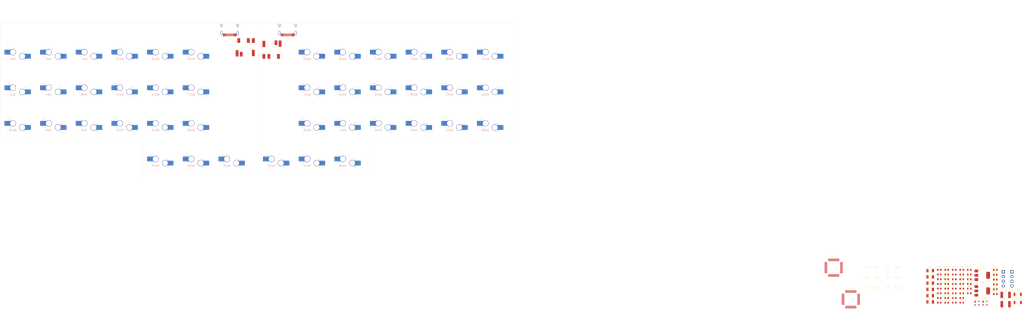
<source format=kicad_pcb>
(kicad_pcb (version 20241229) (generator "pcbnew") (generator_version "9.0")
  (layers (0 "F.Cu" signal) (2 "B.Cu" signal) (13 "F.Paste" user) (15 "B.Paste" user) (5 "F.SilkS" user "F.Silkscreen") (7 "B.SilkS" user "B.Silkscreen") (1 "F.Mask" user) (3 "B.Mask" user) (25 "Edge.Cuts" user))
  (net 0 "")
  (net 1 "GND-L")
  (net 2 "+3.3V-L")
  (net 3 "/NRST-L")
  (net 4 "GND-R")
  (net 5 "/NRST-R")
  (net 6 "+3.3V-R")
  (net 7 "VBUS")
  (net 8 "VBUS-R")
  (net 9 "Net-(D1-A)")
  (net 10 "Net-(D2-A)")
  (net 11 "Net-(D3-A)")
  (net 12 "Net-(D4-A)")
  (net 13 "Net-(D5-A)")
  (net 14 "Net-(D6-A)")
  (net 15 "/VBUSNF-L")
  (net 16 "/VBUSNF-R")
  (net 17 "SWCLK-L")
  (net 18 "SWDIO-L")
  (net 19 "RX-L")
  (net 20 "TX-L")
  (net 21 "/PFLD+")
  (net 23 "/PFLD-")
  (net 24 "/CC2_L")
  (net 26 "/CC_1_L")
  (net 27 "RX-R")
  (net 28 "TX-R")
  (net 29 "Net-(J5-CC1)")
  (net 30 "/PFRD+")
  (net 31 "/PFRD-")
  (net 33 "Net-(J5-CC2)")
  (net 35 "SWCLK-R")
  (net 36 "SWDIO-R")
  (net 37 "boot0-L")
  (net 38 "boot0-R")
  (net 39 "D+")
  (net 40 "D-")
  (net 41 "R-D+")
  (net 42 "R-D-")
  (net 43 "Net-(R11-Pad2)")
  (net 44 "L1-L")
  (net 45 "Net-(R13-Pad2)")
  (net 46 "L2-L")
  (net 47 "Net-(R15-Pad2)")
  (net 48 "L3-L")
  (net 49 "L1-R")
  (net 50 "Net-(R17-Pad2)")
  (net 51 "L2-R")
  (net 52 "Net-(R18-Pad2)")
  (net 53 "L3-R")
  (net 54 "Net-(R19-Pad2)")
  (net 55 "K_ESC")
  (net 56 "K_A")
  (net 57 "K_Q")
  (net 58 "K_Z")
  (net 59 "K_W")
  (net 60 "K_S")
  (net 61 "K_X")
  (net 62 "K_E ")
  (net 63 "K_D")
  (net 64 "K_C")
  (net 65 "K_R")
  (net 66 "K_F")
  (net 67 "K_V")
  (net 68 "K_T")
  (net 69 "K_G")
  (net 70 "K_B")
  (net 71 "K_CTRL")
  (net 72 "K_SP")
  (net 73 "K_ALT")
  (net 74 "K_SF")
  (net 75 "K_SU")
  (net 76 "K_RESC")
  (net 77 "K_O")
  (net 78 "K_L")
  (net 79 "K_>")
  (net 80 "K_P")
  (net 81 "K_:")
  (net 82 "K_?")
  (net 83 "K_Y")
  (net 84 "K_H")
  (net 85 "K_N")
  (net 86 "K_TAB")
  (net 87 "K_DEL")
  (net 91 "K_U")
  (net 92 "K_J")
  (net 93 "K_M")
  (net 94 "K_RSP")
  (net 96 "K_I")
  (net 97 "K_K")
  (net 98 "K_<")
  (net 101 "K_FN2")
  (net 102 "K_RFN2")
  (footprint "Capacitor_SMD:C_1206_3216Metric" (layer "F.Cu") (at 527.575 176.0525)
    (property "Reference" "C7")
    (property "Value" "4.7u")
  )
  (footprint "Capacitor_SMD:C_0603_1608Metric" (layer "F.Cu") (at 536.415 187.3425)
    (property "Reference" "C23")
    (property "Value" "100n")
  )
  (footprint "Connector_PinHeader_2.54mm:PinHeader_1x04_P2.54mm_Vertical" (layer "F.Cu") (at 571.235 173.3225)
    (property "Reference" "J6")
    (property "Value" "Conn_01x04_Pin")
  )
  (footprint "MountingHole:MountingHole_2mm" (layer "F.Cu") (at 504.735 173.8025)
    (property "Reference" "H7")
    (property "Value" "MountingHole")
  )
  (footprint "MountingHole:MountingHole_2mm" (layer "F.Cu") (at 510.285 173.8025)
    (property "Reference" "H10")
    (property "Value" "MountingHole")
  )
  (footprint "Resistor_SMD:R_0603_1608Metric" (layer "F.Cu") (at 544.435 184.8325)
    (property "Reference" "R14")
    (property "Value" "22")
  )
  (footprint "Package_QFP:LQFP-48_7x7mm_P0.5mm" (layer "F.Cu") (at 485.185 188.0525)
    (property "Reference" "U5")
    (property "Value" "STM32F072CBTx")
  )
  (footprint "Capacitor_SMD:C_0603_1608Metric" (layer "F.Cu") (at 536.415 184.8325)
    (property "Reference" "C22")
    (property "Value" "22u")
  )
  (footprint "PCM_marbastlib-various:USB_C_Receptacle_HRO_TYPE-C-31-M-12" (layer "F.Cu") (at 184.309375 42.5375 180)
    (property "Reference" "J5")
    (property "Value" "USB_C_Receptacle_USB2.0_16P" (hide yes))
  )
  (footprint "MountingHole:MountingHole_2mm" (layer "F.Cu") (at 499.185 184.9025)
    (property "Reference" "H6")
    (property "Value" "MountingHole")
  )
  (footprint "Resistor_SMD:R_0603_1608Metric" (layer "F.Cu") (at 540.425 174.7925)
    (property "Reference" "R2")
    (property "Value" "5.1k")
  )
  (footprint "Capacitor_SMD:C_0603_1608Metric" (layer "F.Cu") (at 536.415 182.3225)
    (property "Reference" "C21")
    (property "Value" "22u")
  )
  (footprint "Capacitor_SMD:C_0603_1608Metric" (layer "F.Cu") (at 532.405 177.3025)
    (property "Reference" "C3")
    (property "Value" "100n")
  )
  (footprint "Package_QFP:LQFP-48_7x7mm_P0.5mm" (layer "F.Cu") (at 476.0125 171.125)
    (property "Reference" "U4")
    (property "Value" "STM32F072CBTx")
  )
  (footprint "Resistor_SMD:R_0603_1608Metric" (layer "F.Cu") (at 544.435 179.8125)
    (property "Reference" "R12")
    (property "Value" "22")
  )
  (footprint "Capacitor_SMD:C_0603_1608Metric" (layer "F.Cu") (at 536.415 177.3025)
    (property "Reference" "C15")
    (property "Value" "100n")
  )
  (footprint "Capacitor_SMD:C_0603_1608Metric" (layer "F.Cu") (at 536.415 174.7925)
    (property "Reference" "C14")
    (property "Value" "100n")
  )
  (footprint "Resistor_SMD:R_0603_1608Metric" (layer "F.Cu") (at 544.435 174.7925)
    (property "Reference" "R10")
    (property "Value" "22")
  )
  (footprint "Resistor_SMD:R_0603_1608Metric" (layer "F.Cu") (at 548.445 172.2825)
    (property "Reference" "R17")
    (property "Value" "22")
  )
  (footprint "Resistor_SMD:R_0603_1608Metric" (layer "F.Cu") (at 544.435 187.3425)
    (property "Reference" "R15")
    (property "Value" "22")
  )
  (footprint "LED_SMD:LED_0603_1608Metric" (layer "F.Cu") (at 562.345 185.2725)
    (property "Reference" "D6")
    (property "Value" "LED_Small")
  )
  (footprint "Capacitor_SMD:C_0603_1608Metric" (layer "F.Cu") (at 532.405 182.3225)
    (property "Reference" "C8")
    (property "Value" "100n")
  )
  (footprint "Capacitor_SMD:C_0603_1608Metric" (layer "F.Cu") (at 536.415 189.8525)
    (property "Reference" "C24")
    (property "Value" "100n")
  )
  (footprint "Capacitor_SMD:C_0603_1608Metric" (layer "F.Cu") (at 532.405 184.8325)
    (property "Reference" "C9")
    (property "Value" "100n")
  )
  (footprint "Capacitor_SMD:C_1206_3216Metric" (layer "F.Cu") (at 527.575 189.4525)
    (property "Reference" "C20")
    (property "Value" "4.7u")
  )
  (footprint "Connector_Audio:Jack_3.5mm_PJ31060-I_Horizontal" (layer "F.Cu") (at 161.6875 53.253125 -90)
    (property "Reference" "J2")
    (property "Value" "AudioJack4" (hide yes))
  )
  (footprint "Capacitor_SMD:C_1812_4532Metric" (layer "F.Cu") (at 567.875 190.6625)
    (property "Reference" "F2")
    (property "Value" "Polyfuse")
  )
  (footprint "Resistor_SMD:R_0603_1608Metric" (layer "F.Cu") (at 548.445 182.3225)
    (property "Reference" "R21")
    (property "Value" "22")
  )
  (footprint "Button_Switch_SMD:SW_SPST_B3U-1000P" (layer "F.Cu") (at 574.325 189.7625)
    (property "Reference" "SW51")
    (property "Value" "SW_Push")
  )
  (footprint "Capacitor_SMD:C_0603_1608Metric" (layer "F.Cu") (at 536.415 179.8125)
    (property "Reference" "C16")
    (property "Value" "100n")
  )
  (footprint "Capacitor_SMD:C_0603_1608Metric" (layer "F.Cu") (at 536.415 172.2825)
    (property "Reference" "C12")
    (property "Value" "22u")
  )
  (footprint "PCM_marbastlib-various:USB_C_Receptacle_HRO_TYPE-C-31-M-12" (layer "F.Cu") (at 153.353125 42.5375 180)
    (property "Reference" "J3")
    (property "Value" "USB_C_Receptacle_USB2.0_16P" (hide yes))
  )
  (footprint "Capacitor_SMD:C_0603_1608Metric" (layer "F.Cu") (at 532.405 179.8125)
    (property "Reference" "C4")
    (property "Value" "100n")
  )
  (footprint "MountingHole:MountingHole_2mm" (layer "F.Cu") (at 499.185 179.3525)
    (property "Reference" "H5")
    (property "Value" "MountingHole")
  )
  (footprint "LED_SMD:LED_0603_1608Metric" (layer "F.Cu") (at 562.345 182.6825)
    (property "Reference" "D5")
    (property "Value" "LED_Small")
  )
  (footprint "Resistor_SMD:R_0603_1608Metric" (layer "F.Cu") (at 544.435 172.2825)
    (property "Reference" "R9")
    (property "Value" "22")
  )
  (footprint "Capacitor_SMD:C_1812_4532Metric" (layer "F.Cu") (at 567.875 185.7125)
    (property "Reference" "F1")
    (property "Value" "Polyfuse")
  )
  (footprint "Resistor_SMD:R_0603_1608Metric" (layer "F.Cu") (at 540.425 189.8525)
    (property "Reference" "R8")
    (property "Value" "22")
  )
  (footprint "MountingHole:MountingHole_2mm" (layer "F.Cu") (at 493.635 173.8025)
    (property "Reference" "H1")
    (property "Value" "MountingHole")
  )
  (footprint "Resistor_SMD:R_0603_1608Metric" (layer "F.Cu") (at 544.435 182.3225)
    (property "Reference" "R13")
    (property "Value" "22")
  )
  (footprint "Capacitor_SMD:C_0603_1608Metric" (layer "F.Cu") (at 532.405 172.2825)
    (property "Reference" "C1")
    (property "Value" "100n")
  )
  (footprint "MountingHole:MountingHole_2mm" (layer "F.Cu") (at 493.635 184.9025)
    (property "Reference" "H3")
    (property "Value" "MountingHole")
  )
  (footprint "LED_SMD:LED_0603_1608Metric" (layer "F.Cu") (at 562.345 180.0925)
    (property "Reference" "D4")
    (property "Value" "LED_Small")
  )
  (footprint "Resistor_SMD:R_0603_1608Metric" (layer "F.Cu") (at 540.425 182.3225)
    (property "Reference" "R5")
    (property "Value" "5.1k")
  )
  (footprint "MountingHole:MountingHole_2mm" (layer "F.Cu") (at 510.285 184.9025)
    (property "Reference" "H12")
    (property "Value" "MountingHole")
  )
  (footprint "Capacitor_SMD:C_0603_1608Metric" (layer "F.Cu") (at 532.405 187.3425)
    (property "Reference" "C10")
    (property "Value" "100n")
  )
  (footprint "Resistor_SMD:R_0603_1608Metric" (layer "F.Cu") (at 540.425 179.8125)
    (property "Reference" "R4")
    (property "Value" "5.1k")
  )
  (footprint "Button_Switch_SMD:SW_SPST_B3U-1000P" (layer "F.Cu") (at 574.325 185.4125)
    (property "Reference" "SW1")
    (property "Value" "SW_Push")
  )
  (footprint "Resistor_SMD:R_0603_1608Metric" (layer "F.Cu") (at 540.425 172.2825)
    (property "Reference" "R1")
    (property "Value" "10k")
  )
  (footprint "Capacitor_SMD:C_1206_3216Metric" (layer "F.Cu") (at 527.575 179.4025)
    (property "Reference" "C13")
    (property "Value" "4.7u")
  )
  (footprint "LED_SMD:LED_0603_1608Metric" (layer "F.Cu") (at 562.345 174.9125)
    (property "Reference" "D2")
    (property "Value" "LED_Small")
  )
  (footprint "MountingHole:MountingHole_2mm" (layer "F.Cu") (at 504.735 184.9025)
    (property "Reference" "H9")
    (property "Value" "MountingHole")
  )
  (footprint "Resistor_SMD:R_0603_1608Metric" (layer "F.Cu") (at 544.435 177.3025)
    (property "Reference" "R11")
    (property "Value" "22")
  )
  (footprint "MountingHole:MountingHole_2mm" (layer "F.Cu") (at 499.185 173.8025)
    (property "Reference" "H4")
    (property "Value" "MountingHole")
  )
  (footprint "Resistor_SMD:R_0603_1608Metric" (layer "F.Cu") (at 548.445 179.8125)
    (property "Reference" "R20")
    (property "Value" "22")
  )
  (footprint "Capacitor_SMD:C_0603_1608Metric" (layer "F.Cu") (at 532.405 189.8525)
    (property "Reference" "C11")
    (property "Value" "22u")
  )
  (footprint "Resistor_SMD:R_0603_1608Metric" (layer "F.Cu") (at 544.435 189.8525)
    (property "Reference" "R16")
    (property "Value" "22")
  )
  (footprint "MountingHole:MountingHole_2mm" (layer "F.Cu") (at 493.635 179.3525)
    (property "Reference" "H2")
    (property "Value" "MountingHole")
  )
  (footprint "Package_TO_SOT_SMD:SOT-223-3_TabPin2" (layer "F.Cu") (at 555.375 183.5525)
    (property "Reference" "U6")
    (property "Value" "AMS1117-3.3")
  )
  (footprint "Capacitor_SMD:C_1206_3216Metric" (layer "F.Cu") (at 527.575 172.7025)
    (property "Reference" "C6")
    (property "Value" "4.7u")
  )
  (footprint "Connector_PinHeader_2.54mm:PinHeader_1x04_P2.54mm_Vertical" (layer "F.Cu") (at 566.645 173.3225)
    (property "Reference" "J1")
    (property "Value" "Conn_01x04_Pin")
  )
  (footprint "Package_TO_SOT_SMD:SOT-143" (layer "F.Cu") (at 556.825 190.0775)
    (property "Reference" "D8")
    (property "Value" "PRTR5V0U2X")
  )
  (footprint "LED_SMD:LED_0603_1608Metric" (layer "F.Cu") (at 562.345 177.5025)
    (property "Reference" "D3")
    (property "Value" "LED_Small")
  )
  (footprint "MountingHole:MountingHole_2mm" (layer "F.Cu") (at 504.735 179.3525)
    (property "Reference" "H8")
    (property "Value" "MountingHole")
  )
  (footprint "Connector_Audio:Jack_3.5mm_PJ31060-I_Horizontal" (layer "F.Cu") (at 175.975 54.44375 90)
    (property "Reference" "J4")
    (property "Value" "AudioJack4")
  )
  (footprint "Capacitor_SMD:C_1206_3216Metric" (layer "F.Cu") (at 527.575 186.1025)
    (property "Reference" "C19")
    (property "Value" "4.7u")
  )
  (footprint "Resistor_SMD:R_0603_1608Metric" (layer "F.Cu") (at 548.445 174.7925)
    (property "Reference" "R18")
    (property "Value" "22")
  )
  (footprint "Resistor_SMD:R_0603_1608Metric" (layer "F.Cu") (at 540.425 184.8325)
    (property "Reference" "R6")
    (property "Value" "10k")
  )
  (footprint "LED_SMD:LED_0603_1608Metric" (layer "F.Cu") (at 562.345 172.3225)
    (property "Reference" "D1")
    (property "Value" "LED_Small")
  )
  (footprint "Resistor_SMD:R_0603_1608Metric" (layer "F.Cu") (at 548.445 177.3025)
    (property "Reference" "R19")
    (property "Value" "22")
  )
  (footprint "MountingHole:MountingHole_2mm" (layer "F.Cu") (at 510.285 179.3525)
    (property "Reference" "H11")
    (property "Value" "MountingHole")
  )
  (footprint "Capacitor_SMD:C_0603_1608Metric" (layer "F.Cu") (at 532.405 174.7925)
    (property "Reference" "C2")
    (property "Value" "100n")
  )
  (footprint "Package_TO_SOT_SMD:SOT-143" (layer "F.Cu") (at 552.575 190.0775)
    (property "Reference" "D7")
    (property "Value" "PRTR5V0U2X")
  )
  (footprint "Resistor_SMD:R_0603_1608Metric" (layer "F.Cu") (at 540.425 177.3025)
    (property "Reference" "R3")
    (property "Value" "5.1k")
  )
  (footprint "Resistor_SMD:R_0603_1608Metric" (layer "F.Cu") (at 540.425 187.3425)
    (property "Reference" "R7")
    (property "Value" "22")
  )
  (footprint "Package_TO_SOT_SMD:SOT-223-3_TabPin2" (layer "F.Cu") (at 555.375 175.2275)
    (property "Reference" "U2")
    (property "Value" "AMS1117-3.3")
  )
  (footprint "Resistor_SMD:R_0603_1608Metric" (layer "F.Cu") (at 548.445 184.8325)
    (property "Reference" "R22")
    (property "Value" "22")
  )
  (footprint "Capacitor_SMD:C_1206_3216Metric" (layer "F.Cu") (at 527.575 182.7525)
    (property "Reference" "C18")
    (property "Value" "4.7u")
  )
  (footprint "PCM_marbastlib-choc:SW_choc_v1_HS_CPG135001S30_1u" (layer "B.Cu") (at 295.0375 71.1125 180)
    (property "Reference" "SW26")
    (property "Value" "SW_Push_45deg")
  )
  (footprint "PCM_marbastlib-choc:SW_choc_v1_HS_CPG135001S30_1u" (layer "B.Cu") (at 118.825 90.1625 180)
    (property "Reference" "SW15")
    (property "Value" "SW_Push_45deg")
  )
  (footprint "PCM_marbastlib-choc:SW_choc_v1_HS_CPG135001S30_1u" (layer "B.Cu") (at 199.7875 109.2125 180)
    (property "Reference" "SW42")
    (property "Value" "SW_Push_45deg")
  )
  (footprint "PCM_marbastlib-choc:SW_choc_v1_HS_CPG135001S30_1u" (layer "B.Cu") (at 99.775 71.1125 180)
    (property "Reference" "SW11")
    (property "Value" "SW_Push_45deg")
  )
  (footprint "PCM_marbastlib-choc:SW_choc_v1_HS_CPG135001S30_1u" (layer "B.Cu") (at 295.0375 52.0625 180)
    (property "Reference" "SW22")
    (property "Value" "SW_Push_45deg")
  )
  (footprint "PCM_marbastlib-choc:SW_choc_v1_HS_CPG135001S30_1u" (layer "B.Cu") (at 199.7875 52.0625 180)
    (property "Reference" "SW33")
    (property "Value" "SW_Push_45deg")
  )
  (footprint "PCM_marbastlib-choc:SW_choc_v1_HS_CPG135001S30_1u" (layer "B.Cu") (at 61.675 71.1125 180)
    (property "Reference" "SW4")
    (property "Value" "SW_Push_45deg")
  )
  (footprint "PCM_marbastlib-choc:SW_choc_v1_HS_CPG135001S30_1u" (layer "B.Cu") (at 275.9875 52.0625 180)
    (property "Reference" "SW30")
    (property "Value" "SW_Push_45deg")
  )
  (footprint "PCM_marbastlib-choc:SW_choc_v1_HS_CPG135001S30_1u" (layer "B.Cu") (at 256.9375 52.0625 180)
    (property "Reference" "SW27")
    (property "Value" "SW_Push_45deg")
  )
  (footprint "PCM_marbastlib-choc:SW_choc_v1_HS_CPG135001S30_1u" (layer "B.Cu") (at 256.9375 71.1125 180)
    (property "Reference" "SW28")
    (property "Value" "SW_Push_45deg")
  )
  (footprint "PCM_marbastlib-choc:SW_choc_v1_HS_CPG135001S30_1u" (layer "B.Cu") (at 218.8375 71.1125 180)
    (property "Reference" "SW40")
    (property "Value" "SW_Push_45deg")
  )
  (footprint "PCM_marbastlib-choc:SW_choc_v1_HS_CPG135001S30_1u" (layer "B.Cu") (at 137.875 109.2125 180)
    (property "Reference" "SW20")
    (property "Value" "SW_Push_45deg")
  )
  (footprint "PCM_marbastlib-choc:SW_choc_v1_HS_CPG135001S30_1u" (layer "B.Cu") (at 237.8875 71.1125 180)
    (property "Reference" "SW45")
    (property "Value" "SW_Push_45deg")
  )
  (footprint "PCM_marbastlib-choc:SW_choc_v1_HS_CPG135001S30_1u" (layer "B.Cu") (at 99.775 90.1625 180)
    (property "Reference" "SW12")
    (property "Value" "SW_Push_45deg")
  )
  (footprint "PCM_marbastlib-choc:SW_choc_v1_HS_CPG135001S30_1u" (layer "B.Cu") (at 156.925 109.2125 180)
    (property "Reference" "SW21")
    (property "Value" "SW_Push_45deg")
  )
  (footprint "PCM_marbastlib-choc:SW_choc_v1_HS_CPG135001S30_1u" (layer "B.Cu") (at 80.725 71.1125 180)
    (property "Reference" "SW8")
    (property "Value" "SW_Push_45deg")
  )
  (footprint "PCM_marbastlib-choc:SW_choc_v1_HS_CPG135001S30_1u" (layer "B.Cu") (at 42.625 90.1625 180)
    (property "Reference" "SW49")
    (property "Value" "SW_Push_45deg")
  )
  (footprint "PCM_marbastlib-choc:SW_choc_v1_HS_CPG135001S30_1u" (layer "B.Cu") (at 218.8375 109.2125 180)
    (property "Reference" "SW48")
    (property "Value" "SW_Push_45deg")
  )
  (footprint "PCM_marbastlib-choc:SW_choc_v1_HS_CPG135001S30_1u" (layer "B.Cu") (at 118.825 52.0625 180)
    (property "Reference" "SW13")
    (property "Value" "SW_Push_45deg")
  )
  (footprint "PCM_marbastlib-choc:SW_choc_v1_HS_CPG135001S30_1u" (layer "B.Cu") (at 42.625 71.1125 180)
    (property "Reference" "SW3")
    (property "Value" "SW_Push_45deg")
  )
  (footprint "PCM_marbastlib-choc:SW_choc_v1_HS_CPG135001S30_1u" (layer "B.Cu") (at 137.875 71.1125 180)
    (property "Reference" "SW17")
    (property "Value" "SW_Push_45deg")
  )
  (footprint "PCM_marbastlib-choc:SW_choc_v1_HS_CPG135001S30_1u" (layer "B.Cu") (at 199.7875 71.1125 180)
    (property "Reference" "SW34")
    (property "Value" "SW_Push_45deg")
  )
  (footprint "PCM_marbastlib-choc:SW_choc_v1_HS_CPG135001S30_1u" (layer "B.Cu") (at 199.7875 90.1625 180)
    (property "Reference" "SW35")
    (property "Value" "SW_Push_45deg")
  )
  (footprint "PCM_marbastlib-choc:SW_choc_v1_HS_CPG135001S30_1u" (layer "B.Cu") (at 295.0375 90.1625 180)
    (property "Reference" "SW50")
    (property "Value" "SW_Push_45deg")
  )
  (footprint "PCM_marbastlib-choc:SW_choc_v1_HS_CPG135001S30_1u" (layer "B.Cu") (at 275.9875 90.1625 180)
    (property "Reference" "SW32")
    (property "Value" "SW_Push_45deg")
  )
  (footprint "PCM_marbastlib-choc:SW_choc_v1_HS_CPG135001S30_1u" (layer "B.Cu") (at 256.9375 90.1625 180)
    (property "Reference" "SW29")
    (property "Value" "SW_Push_45deg")
  )
  (footprint "PCM_marbastlib-choc:SW_choc_v1_HS_CPG135001S30_1u" (layer "B.Cu") (at 118.825 109.2125 180)
    (property "Reference" "SW19")
    (property "Value" "SW_Push_45deg")
  )
  (footprint "PCM_marbastlib-choc:SW_choc_v1_HS_CPG135001S30_1u" (layer "B.Cu") (at 99.775 52.0625 180)
    (property "Reference" "SW10")
    (property "Value" "SW_Push_45deg")
  )
  (footprint "PCM_marbastlib-choc:SW_choc_v1_HS_CPG135001S30_1u" (layer "B.Cu") (at 137.875 90.1625 180)
    (property "Reference" "SW18")
    (property "Value" "SW_Push_45deg")
  )
  (footprint "PCM_marbastlib-choc:SW_choc_v1_HS_CPG135001S30_1u" (layer "B.Cu") (at 118.825 71.1125 180)
    (property "Reference" "SW14")
    (property "Value" "SW_Push_45deg")
  )
  (footprint "PCM_marbastlib-choc:SW_choc_v1_HS_CPG135001S30_1u" (layer "B.Cu") (at 218.8375 90.1625 180)
    (property "Reference" "SW41")
    (property "Value" "SW_Push_45deg")
  )
  (footprint "PCM_marbastlib-choc:SW_choc_v1_HS_CPG135001S30_1u" (layer "B.Cu") (at 237.8875 90.1625 180)
    (property "Reference" "SW46")
    (property "Value" "SW_Push_45deg")
  )
  (footprint "PCM_marbastlib-choc:SW_choc_v1_HS_CPG135001S30_1u" (layer "B.Cu") (at 42.625 52.0625 180)
    (property "Reference" "SW2")
    (property "Value" "SW_Push_45deg")
  )
  (footprint "PCM_marbastlib-choc:SW_choc_v1_HS_CPG135001S30_1u" (layer "B.Cu") (at 180.7375 109.2125 180)
    (property "Reference" "SW43")
    (property "Value" "SW_Push_45deg")
  )
  (footprint "PCM_marbastlib-choc:SW_choc_v1_HS_CPG135001S30_1u" (layer "B.Cu") (at 275.9875 71.1125 180)
    (property "Reference" "SW31")
    (property "Value" "SW_Push_45deg")
  )
  (footprint "PCM_marbastlib-choc:SW_choc_v1_HS_CPG135001S30_1u" (layer "B.Cu") (at 61.675 90.1625 180)
    (property "Reference" "SW6")
    (property "Value" "SW_Push_45deg")
  )
  (footprint "PCM_marbastlib-choc:SW_choc_v1_HS_CPG135001S30_1u" (layer "B.Cu") (at 61.675 52.0625 180)
    (property "Reference" "SW5")
    (property "Value" "SW_Push_45deg")
  )
  (footprint "PCM_marbastlib-choc:SW_choc_v1_HS_CPG135001S30_1u" (layer "B.Cu") (at 80.725 90.1625 180)
    (property "Reference" "SW9")
    (property "Value" "SW_Push_45deg")
  )
  (footprint "PCM_marbastlib-choc:SW_choc_v1_HS_CPG135001S30_1u" (layer "B.Cu") (at 80.725 52.0625 180)
    (property "Reference" "SW7")
    (property "Value" "SW_Push_45deg")
  )
  (footprint "PCM_marbastlib-choc:SW_choc_v1_HS_CPG135001S30_1u" (layer "B.Cu") (at 237.8875 52.0625 180)
    (property "Reference" "SW44")
    (property "Value" "SW_Push_45deg")
  )
  (footprint "PCM_marbastlib-choc:SW_choc_v1_HS_CPG135001S30_1u" (layer "B.Cu") (at 218.8375 52.0625 180)
    (property "Reference" "SW39")
    (property "Value" "SW_Push_45deg")
  )
  (footprint "PCM_marbastlib-choc:SW_choc_v1_HS_CPG135001S30_1u" (layer "B.Cu") (at 137.875 52.0625 180)
    (property "Reference" "SW16")
    (property "Value" "SW_Push_45deg")
  )
  (gr_line (start 306.94375 102.06875) (end 230.74375 102.06875) (stroke (width 0.05)) (layer "Edge.Cuts"))
  (gr_line (start 168.83125 121.11875) (end 168.83125 40.15625) (stroke (width 0.05)) (layer "Edge.Cuts"))
  (gr_line (start 106.91875 121.11875) (end 106.91875 102.06875) (stroke (width 0.05)) (layer "Edge.Cuts"))
  (gr_line (start 230.74375 121.11875) (end 106.91875 121.11875) (stroke (width 0.05)) (layer "Edge.Cuts"))
  (gr_line (start 106.91875 102.06875) (end 30.71875 102.06875) (stroke (width 0.05)) (layer "Edge.Cuts"))
  (gr_line (start 306.94375 40.15625) (end 306.94375 102.06875) (stroke (width 0.05)) (layer "Edge.Cuts"))
  (gr_line (start 30.71875 40.15625) (end 306.94375 40.15625) (stroke (width 0.05)) (layer "Edge.Cuts"))
  (gr_line (start 230.74375 102.06875) (end 230.74375 121.11875) (stroke (width 0.05)) (layer "Edge.Cuts"))
  (gr_line (start 30.71875 102.06875) (end 30.71875 40.15625) (stroke (width 0.05)) (layer "Edge.Cuts"))
)
</source>
